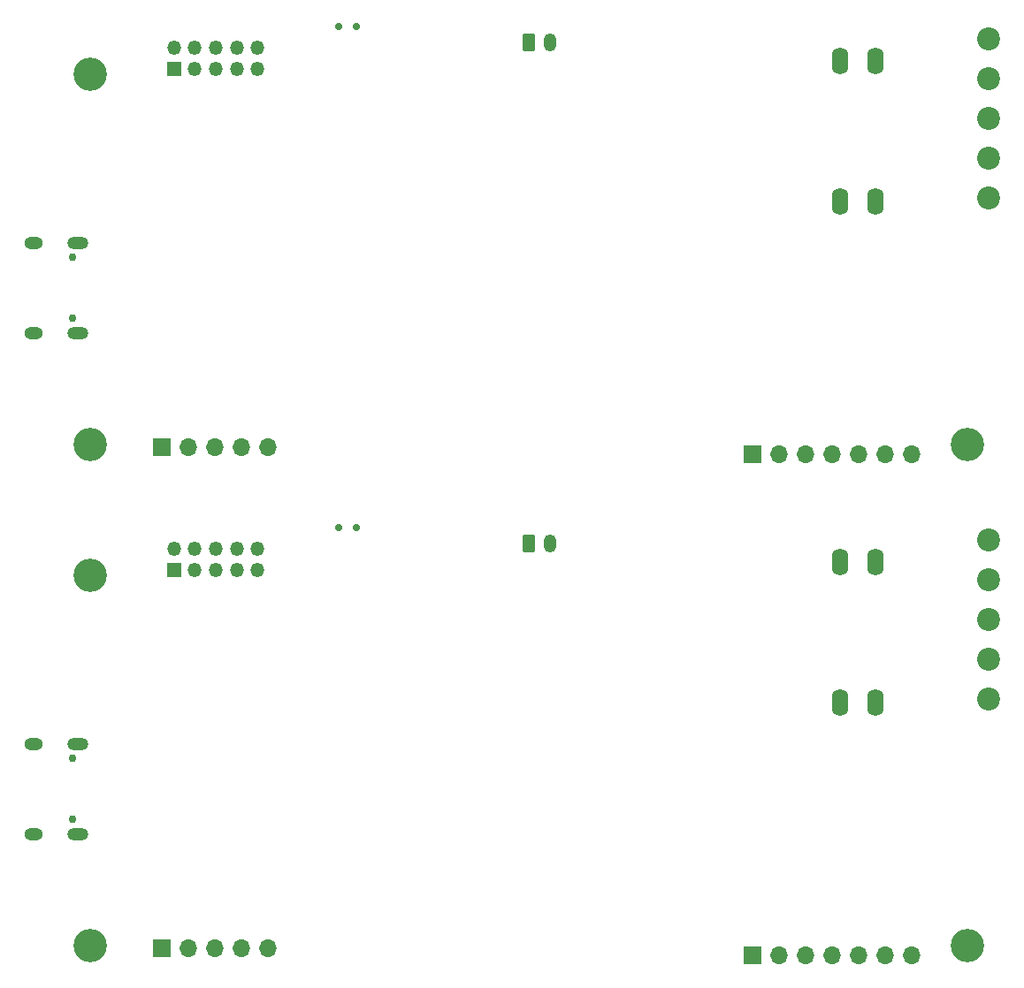
<source format=gbs>
G04 #@! TF.GenerationSoftware,KiCad,Pcbnew,8.0.8*
G04 #@! TF.CreationDate,2025-02-19T19:51:53+01:00*
G04 #@! TF.ProjectId,panelized,70616e65-6c69-47a6-9564-2e6b69636164,rev?*
G04 #@! TF.SameCoordinates,Original*
G04 #@! TF.FileFunction,Soldermask,Bot*
G04 #@! TF.FilePolarity,Negative*
%FSLAX46Y46*%
G04 Gerber Fmt 4.6, Leading zero omitted, Abs format (unit mm)*
G04 Created by KiCad (PCBNEW 8.0.8) date 2025-02-19 19:51:53*
%MOMM*%
%LPD*%
G01*
G04 APERTURE LIST*
G04 Aperture macros list*
%AMRoundRect*
0 Rectangle with rounded corners*
0 $1 Rounding radius*
0 $2 $3 $4 $5 $6 $7 $8 $9 X,Y pos of 4 corners*
0 Add a 4 corners polygon primitive as box body*
4,1,4,$2,$3,$4,$5,$6,$7,$8,$9,$2,$3,0*
0 Add four circle primitives for the rounded corners*
1,1,$1+$1,$2,$3*
1,1,$1+$1,$4,$5*
1,1,$1+$1,$6,$7*
1,1,$1+$1,$8,$9*
0 Add four rect primitives between the rounded corners*
20,1,$1+$1,$2,$3,$4,$5,0*
20,1,$1+$1,$4,$5,$6,$7,0*
20,1,$1+$1,$6,$7,$8,$9,0*
20,1,$1+$1,$8,$9,$2,$3,0*%
G04 Aperture macros list end*
%ADD10O,1.600000X2.600000*%
%ADD11C,0.700000*%
%ADD12RoundRect,0.250000X-0.350000X-0.625000X0.350000X-0.625000X0.350000X0.625000X-0.350000X0.625000X0*%
%ADD13O,1.200000X1.750000*%
%ADD14C,0.750000*%
%ADD15O,2.000000X1.200000*%
%ADD16O,1.800000X1.200000*%
%ADD17C,2.200000*%
%ADD18R,1.700000X1.700000*%
%ADD19O,1.700000X1.700000*%
%ADD20R,1.350000X1.350000*%
%ADD21O,1.350000X1.350000*%
%ADD22C,3.200000*%
G04 APERTURE END LIST*
D10*
G04 #@! TO.C,F2*
X78800000Y-18730000D03*
X82200000Y-18730000D03*
X78800000Y-5270000D03*
X82200000Y-5270000D03*
G04 #@! TD*
D11*
G04 #@! TO.C,SW1*
X30800000Y-2000000D03*
X32500000Y-2000000D03*
G04 #@! TD*
D12*
G04 #@! TO.C,J7*
X49000000Y-3500000D03*
D13*
X51000000Y-3500000D03*
G04 #@! TD*
D14*
G04 #@! TO.C,J2*
X5262500Y-24100000D03*
X5262500Y-29900000D03*
D15*
X5762500Y-22670000D03*
X5762500Y-31330000D03*
D16*
X1582500Y-31330000D03*
X1582500Y-22670000D03*
G04 #@! TD*
D17*
G04 #@! TO.C,J10*
X93000000Y-3190000D03*
X93000000Y-7000000D03*
X93000000Y-10810000D03*
X93000000Y-14620000D03*
X93000000Y-18430000D03*
G04 #@! TD*
G04 #@! TO.C,J10*
X93000000Y-51190000D03*
X93000000Y-55000000D03*
X93000000Y-58810000D03*
X93000000Y-62620000D03*
X93000000Y-66430000D03*
G04 #@! TD*
D18*
G04 #@! TO.C,J6*
X13880000Y-42300000D03*
D19*
X16420000Y-42300000D03*
X18960000Y-42300000D03*
X21500000Y-42300000D03*
X24040000Y-42300000D03*
G04 #@! TD*
D20*
G04 #@! TO.C,J4*
X15000000Y-54000000D03*
D21*
X15000000Y-52000000D03*
X17000000Y-54000000D03*
X17000000Y-52000000D03*
X19000000Y-54000000D03*
X19000000Y-52000000D03*
X21000000Y-54000000D03*
X21000000Y-52000000D03*
X23000000Y-54000000D03*
X23000000Y-52000000D03*
G04 #@! TD*
D14*
G04 #@! TO.C,J2*
X5262500Y-72100000D03*
X5262500Y-77900000D03*
D15*
X5762500Y-70670000D03*
X5762500Y-79330000D03*
D16*
X1582500Y-79330000D03*
X1582500Y-70670000D03*
G04 #@! TD*
D22*
G04 #@! TO.C,H3*
X91000000Y-42000000D03*
G04 #@! TD*
D18*
G04 #@! TO.C,J6*
X13880000Y-90300000D03*
D19*
X16420000Y-90300000D03*
X18960000Y-90300000D03*
X21500000Y-90300000D03*
X24040000Y-90300000D03*
G04 #@! TD*
D22*
G04 #@! TO.C,H2*
X7000000Y-42000000D03*
G04 #@! TD*
D12*
G04 #@! TO.C,J7*
X49000000Y-51500000D03*
D13*
X51000000Y-51500000D03*
G04 #@! TD*
D22*
G04 #@! TO.C,H2*
X7000000Y-90000000D03*
G04 #@! TD*
D11*
G04 #@! TO.C,SW1*
X30800000Y-50000000D03*
X32500000Y-50000000D03*
G04 #@! TD*
D22*
G04 #@! TO.C,H1*
X7000000Y-54500000D03*
G04 #@! TD*
D18*
G04 #@! TO.C,J8*
X70400000Y-90975000D03*
D19*
X72940000Y-90975000D03*
X75480000Y-90975000D03*
X78020000Y-90975000D03*
X80560000Y-90975000D03*
X83100000Y-90975000D03*
X85640000Y-90975000D03*
G04 #@! TD*
D22*
G04 #@! TO.C,H3*
X91000000Y-90000000D03*
G04 #@! TD*
D18*
G04 #@! TO.C,J8*
X70400000Y-42975000D03*
D19*
X72940000Y-42975000D03*
X75480000Y-42975000D03*
X78020000Y-42975000D03*
X80560000Y-42975000D03*
X83100000Y-42975000D03*
X85640000Y-42975000D03*
G04 #@! TD*
D10*
G04 #@! TO.C,F2*
X78800000Y-66730000D03*
X82200000Y-66730000D03*
X78800000Y-53270000D03*
X82200000Y-53270000D03*
G04 #@! TD*
D20*
G04 #@! TO.C,J4*
X15000000Y-6000000D03*
D21*
X15000000Y-4000000D03*
X17000000Y-6000000D03*
X17000000Y-4000000D03*
X19000000Y-6000000D03*
X19000000Y-4000000D03*
X21000000Y-6000000D03*
X21000000Y-4000000D03*
X23000000Y-6000000D03*
X23000000Y-4000000D03*
G04 #@! TD*
D22*
G04 #@! TO.C,H1*
X7000000Y-6500000D03*
G04 #@! TD*
M02*

</source>
